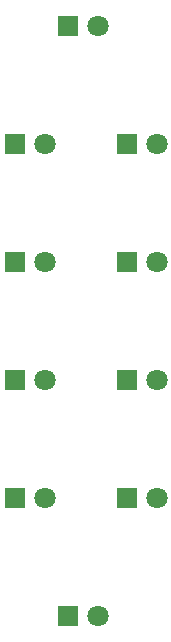
<source format=gbr>
%TF.GenerationSoftware,KiCad,Pcbnew,5.1.6-c6e7f7d~87~ubuntu18.04.1*%
%TF.CreationDate,2020-09-02T23:38:36+02:00*%
%TF.ProjectId,7segment,37736567-6d65-46e7-942e-6b696361645f,rev?*%
%TF.SameCoordinates,Original*%
%TF.FileFunction,Copper,L2,Bot*%
%TF.FilePolarity,Positive*%
%FSLAX46Y46*%
G04 Gerber Fmt 4.6, Leading zero omitted, Abs format (unit mm)*
G04 Created by KiCad (PCBNEW 5.1.6-c6e7f7d~87~ubuntu18.04.1) date 2020-09-02 23:38:36*
%MOMM*%
%LPD*%
G01*
G04 APERTURE LIST*
%TA.AperFunction,ComponentPad*%
%ADD10R,1.800000X1.800000*%
%TD*%
%TA.AperFunction,ComponentPad*%
%ADD11C,1.800000*%
%TD*%
G04 APERTURE END LIST*
D10*
%TO.P,D1,1*%
%TO.N,Net-(D1-Pad1)*%
X141000000Y-35000000D03*
D11*
%TO.P,D1,2*%
%TO.N,Net-(D1-Pad2)*%
X143540000Y-35000000D03*
%TD*%
%TO.P,D2,2*%
%TO.N,Net-(D2-Pad2)*%
X139040000Y-45000000D03*
D10*
%TO.P,D2,1*%
%TO.N,Net-(D2-Pad1)*%
X136500000Y-45000000D03*
%TD*%
%TO.P,D3,1*%
%TO.N,Net-(D3-Pad1)*%
X146000000Y-45000000D03*
D11*
%TO.P,D3,2*%
%TO.N,Net-(D3-Pad2)*%
X148540000Y-45000000D03*
%TD*%
%TO.P,D4,2*%
%TO.N,Net-(D4-Pad2)*%
X139040000Y-75000000D03*
D10*
%TO.P,D4,1*%
%TO.N,Net-(D4-Pad1)*%
X136500000Y-75000000D03*
%TD*%
%TO.P,D5,1*%
%TO.N,Net-(D5-Pad1)*%
X136500000Y-55000000D03*
D11*
%TO.P,D5,2*%
%TO.N,Net-(D5-Pad2)*%
X139040000Y-55000000D03*
%TD*%
%TO.P,D6,2*%
%TO.N,Net-(D6-Pad2)*%
X139040000Y-65000000D03*
D10*
%TO.P,D6,1*%
%TO.N,Net-(D6-Pad1)*%
X136500000Y-65000000D03*
%TD*%
%TO.P,D7,1*%
%TO.N,Net-(D7-Pad1)*%
X146000000Y-75000000D03*
D11*
%TO.P,D7,2*%
%TO.N,Net-(D7-Pad2)*%
X148540000Y-75000000D03*
%TD*%
%TO.P,D8,2*%
%TO.N,Net-(D8-Pad2)*%
X148540000Y-65000000D03*
D10*
%TO.P,D8,1*%
%TO.N,Net-(D8-Pad1)*%
X146000000Y-65000000D03*
%TD*%
%TO.P,D9,1*%
%TO.N,Net-(D9-Pad1)*%
X146000000Y-55000000D03*
D11*
%TO.P,D9,2*%
%TO.N,Net-(D9-Pad2)*%
X148540000Y-55000000D03*
%TD*%
%TO.P,D10,2*%
%TO.N,Net-(D10-Pad2)*%
X143540000Y-85000000D03*
D10*
%TO.P,D10,1*%
%TO.N,Net-(D10-Pad1)*%
X141000000Y-85000000D03*
%TD*%
M02*

</source>
